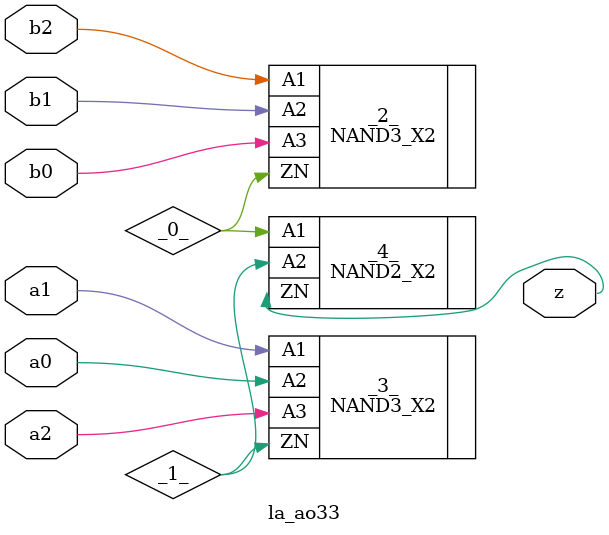
<source format=v>

/* Generated by Yosys 0.44 (git sha1 80ba43d26, g++ 11.4.0-1ubuntu1~22.04 -fPIC -O3) */

(* top =  1  *)
(* src = "generated" *)
(* keep_hierarchy *)
module la_ao33 (
    a0,
    a1,
    a2,
    b0,
    b1,
    b2,
    z
);
  wire _0_;
  wire _1_;
  (* src = "generated" *)
  input a0;
  wire a0;
  (* src = "generated" *)
  input a1;
  wire a1;
  (* src = "generated" *)
  input a2;
  wire a2;
  (* src = "generated" *)
  input b0;
  wire b0;
  (* src = "generated" *)
  input b1;
  wire b1;
  (* src = "generated" *)
  input b2;
  wire b2;
  (* src = "generated" *)
  output z;
  wire z;
  NAND3_X2 _2_ (
      .A1(b2),
      .A2(b1),
      .A3(b0),
      .ZN(_0_)
  );
  NAND3_X2 _3_ (
      .A1(a1),
      .A2(a0),
      .A3(a2),
      .ZN(_1_)
  );
  NAND2_X2 _4_ (
      .A1(_0_),
      .A2(_1_),
      .ZN(z)
  );
endmodule

</source>
